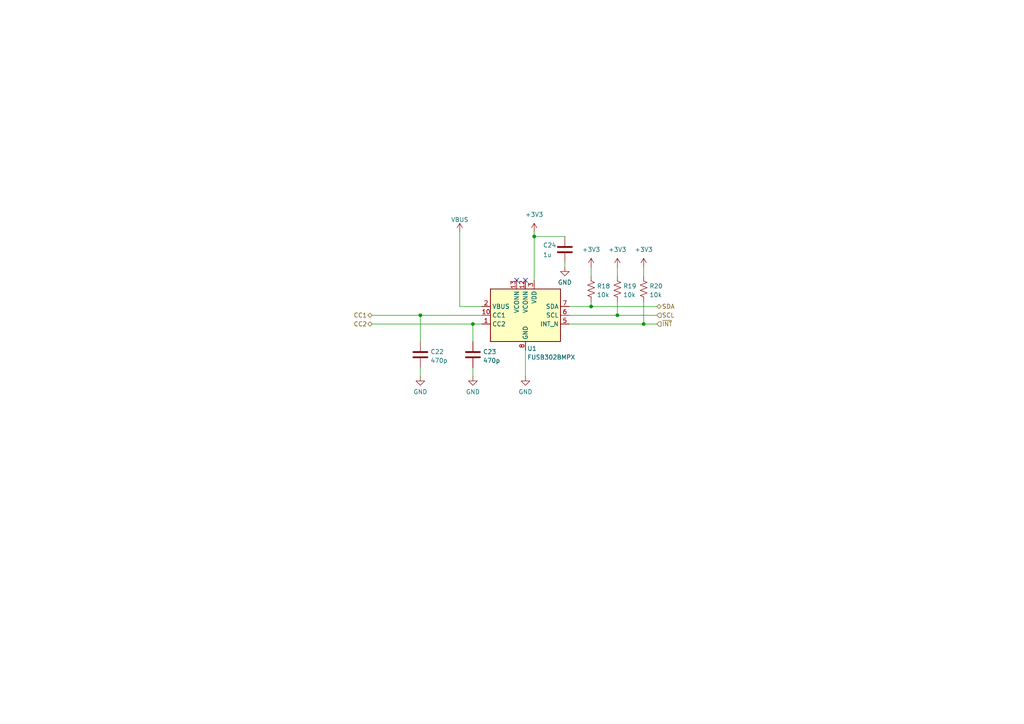
<source format=kicad_sch>
(kicad_sch (version 20250114) (generator "eeschema") (generator_version "9.0")
  (paper "A4")
  (title_block (title "USBPD FUSB302 breakout board") (date "2022-09-17") (rev "V1.0") (company "Claude-David Gaudreault") (comment 1 "All rights reserved"))
  (lib_symbols
    (symbol "Device:C" (pin_numbers (hide yes)) (pin_names (offset 0.254))
      (property "Reference" "C" (at 0.635 2.54 0))
      (property "Value" "C" (at 0.635 -2.54 0))
      (symbol "C_0_1"
        (polyline (pts (xy -2.032 0.762) (xy 2.032 0.762)) (stroke (width 0.508)))
        (polyline (pts (xy -2.032 -0.762) (xy 2.032 -0.762)) (stroke (width 0.508)))
      )
      (symbol "C_1_1"
        (pin passive line (at 0 3.81 270) (length 2.794) (name "~") (number "1"))
        (pin passive line (at 0 -3.81 90) (length 2.794) (name "~") (number "2"))
      )
    )
    (symbol "Device:R_US" (pin_numbers (hide yes)) (pin_names (offset 0))
      (property "Reference" "R" (at 2.54 0 90))
      (property "Value" "R_US" (at -2.54 0 90))
      (symbol "R_US_0_1"
        (polyline (pts (xy 0 2.286) (xy 0 2.54)))
        (polyline (pts (xy 0 2.286) (xy 1.016 1.905) (xy 0 1.524) (xy -1.016 1.143) (xy 0 0.762)))
        (polyline (pts (xy 0 0.762) (xy 1.016 0.381) (xy 0 0) (xy -1.016 -0.381) (xy 0 -0.762)))
        (polyline (pts (xy 0 -0.762) (xy 1.016 -1.143) (xy 0 -1.524) (xy -1.016 -1.905) (xy 0 -2.286)))
        (polyline (pts (xy 0 -2.286) (xy 0 -2.54)))
      )
      (symbol "R_US_1_1"
        (pin passive line (at 0 3.81 270) (length 1.27) (name "~") (number "1"))
        (pin passive line (at 0 -3.81 90) (length 1.27) (name "~") (number "2"))
      )
    )
    (symbol "Interface_USB:FUSB302BMPX"
      (property "Reference" "U" (at -10.16 8.89 0))
      (property "Value" "FUSB302BMPX" (at 3.81 8.89 0))
      (symbol "FUSB302BMPX_0_1"
        (rectangle (start -10.16 7.62) (end 10.16 -7.62) (stroke (width 0.254)) (fill (type background)))
      )
      (symbol "FUSB302BMPX_1_1"
        (pin bidirectional line (at -12.7 2.54 0) (length 2.54) (name "SDA") (number "7"))
        (pin input line (at -12.7 0 0) (length 2.54) (name "SCL") (number "6"))
        (pin open_collector line (at -12.7 -2.54 0) (length 2.54) (name "INT_N") (number "5"))
        (pin power_in line (at -2.54 10.16 270) (length 2.54) (name "VDD") (number "3"))
        (pin passive line (at -2.54 10.16 270) (length 2.54) (hide yes) (name "VDD") (number "4"))
        (pin power_in line (at 0 10.16 270) (length 2.54) (name "VCONN") (number "12"))
        (pin passive line (at 0 -10.16 90) (length 2.54) (hide yes) (name "GND") (number "15"))
        (pin power_in line (at 0 -10.16 90) (length 2.54) (name "GND") (number "8"))
        (pin passive line (at 0 -10.16 90) (length 2.54) (hide yes) (name "GND") (number "9"))
        (pin power_in line (at 2.54 10.16 270) (length 2.54) (name "VCONN") (number "13"))
        (pin input line (at 12.7 2.54 180) (length 2.54) (name "VBUS") (number "2"))
        (pin bidirectional line (at 12.7 0 180) (length 2.54) (name "CC1") (number "10"))
        (pin bidirectional line (at 12.7 0 180) (length 2.54) (hide yes) (name "CC1") (number "11"))
        (pin bidirectional line (at 12.7 -2.54 180) (length 2.54) (name "CC2") (number "1"))
        (pin bidirectional line (at 12.7 -2.54 180) (length 2.54) (hide yes) (name "CC2") (number "14"))
      )
    )
    (symbol "power:+3V3" (power) (pin_numbers (hide yes)) (pin_names (offset 0) (hide yes))
      (property "Value" "+3V3" (at 0 3.556 0))
      (symbol "+3V3_0_1"
        (polyline (pts (xy -0.762 1.27) (xy 0 2.54)))
        (polyline (pts (xy 0 2.54) (xy 0.762 1.27)))
        (polyline (pts (xy 0 0) (xy 0 2.54)))
      )
      (symbol "+3V3_1_1"
        (pin power_in line (at 0 0 90) (length 0) (name "~") (number "1"))
      )
    )
    (symbol "power:GND" (power) (pin_names (offset 0))
      (property "Value" "GND" (at 0 -3.81 0))
      (symbol "GND_0_1"
        (polyline (pts (xy 0 0) (xy 0 -1.27) (xy 1.27 -1.27) (xy 0 -2.54) (xy -1.27 -1.27) (xy 0 -1.27)))
      )
      (symbol "GND_1_1"
        (pin power_in line (at 0 0 270) (length 0) (hide yes) (name "GND") (number "1"))
      )
    )
    (symbol "power:VBUS" (power) (pin_names (offset 0))
      (property "Value" "VBUS" (at 0 3.81 0))
      (symbol "VBUS_0_1"
        (polyline (pts (xy -0.762 1.27) (xy 0 2.54)))
        (polyline (pts (xy 0 2.54) (xy 0.762 1.27)))
        (polyline (pts (xy 0 0) (xy 0 2.54)))
      )
      (symbol "VBUS_1_1"
        (pin power_in line (at 0 0 90) (length 0) (hide yes) (name "VBUS") (number "1"))
      )
    )
  )
  (junction (at 171.45 88.9))
  (junction (at 137.16 93.98))
  (junction (at 186.69 93.98))
  (junction (at 179.07 91.44))
  (junction (at 154.94 68.58))
  (junction (at 121.92 91.44))
  (no_connect (at 149.86 81.28))
  (no_connect (at 152.4 81.28))
  (wire (pts (xy 190.5 88.9) (xy 171.45 88.9)))
  (wire (pts (xy 179.07 77.47) (xy 179.07 80.01)))
  (wire (pts (xy 171.45 87.63) (xy 171.45 88.9)))
  (wire (pts (xy 186.69 87.63) (xy 186.69 93.98)))
  (wire (pts (xy 154.94 67.31) (xy 154.94 68.58)))
  (wire (pts (xy 179.07 91.44) (xy 190.5 91.44)))
  (wire (pts (xy 121.92 91.44) (xy 121.92 99.06)))
  (wire (pts (xy 190.5 93.98) (xy 186.69 93.98)))
  (wire (pts (xy 179.07 91.44) (xy 165.1 91.44)))
  (wire (pts (xy 179.07 87.63) (xy 179.07 91.44)))
  (wire (pts (xy 139.7 88.9) (xy 133.35 88.9)))
  (wire (pts (xy 137.16 93.98) (xy 107.95 93.98)))
  (wire (pts (xy 121.92 106.68) (xy 121.92 109.22)))
  (wire (pts (xy 186.69 77.47) (xy 186.69 80.01)))
  (wire (pts (xy 137.16 93.98) (xy 139.7 93.98)))
  (wire (pts (xy 133.35 67.31) (xy 133.35 88.9)))
  (wire (pts (xy 107.95 91.44) (xy 121.92 91.44)))
  (wire (pts (xy 171.45 88.9) (xy 165.1 88.9)))
  (wire (pts (xy 121.92 91.44) (xy 139.7 91.44)))
  (wire (pts (xy 171.45 77.47) (xy 171.45 80.01)))
  (wire (pts (xy 152.4 109.22) (xy 152.4 101.6)))
  (wire (pts (xy 163.83 76.2) (xy 163.83 77.47)))
  (wire (pts (xy 137.16 93.98) (xy 137.16 99.06)))
  (wire (pts (xy 186.69 93.98) (xy 165.1 93.98)))
  (wire (pts (xy 154.94 68.58) (xy 154.94 81.28)))
  (wire (pts (xy 154.94 68.58) (xy 163.83 68.58)))
  (wire (pts (xy 137.16 106.68) (xy 137.16 109.22)))
  (hierarchical_label "~{INT}" (shape input) (at 190.5 93.98 0))
  (hierarchical_label "SCL" (shape input) (at 190.5 91.44 0))
  (hierarchical_label "SDA" (shape bidirectional) (at 190.5 88.9 0))
  (hierarchical_label "CC2" (shape bidirectional) (at 107.95 93.98 180))
  (hierarchical_label "CC1" (shape bidirectional) (at 107.95 91.44 180))
  (symbol (lib_id "Device:R_US") (at 186.69 83.82 0) (unit 1)
    (property "Reference" "R20" (at 188.341 82.9853 0) (effects (justify left)))
    (property "Value" "10k" (at 188.341 85.5222 0) (effects (justify left)))
    (property "Footprint" "Resistor_SMD:R_0603_1608Metric" (effects (hide yes)))
  )
  (symbol (lib_id "Device:C") (at 163.83 72.39 0) (unit 1)
    (property "Reference" "C24" (at 157.48 71.12 0) (effects (justify left)))
    (property "Value" "1u" (at 157.48 73.914 0) (effects (justify left)))
    (property "Footprint" "Capacitor_SMD:C_0603_1608Metric" (effects (hide yes)))
  )
  (symbol (lib_id "power:GND") (at 121.92 109.22 0) (unit 1)
    (property "Reference" "#PWR034" (effects (hide yes)))
    (property "Value" "GND" (at 121.92 113.6634 0))
  )
  (symbol (lib_id "power:GND") (at 152.4 109.22 0) (unit 1)
    (property "Reference" "#PWR037" (effects (hide yes)))
    (property "Value" "GND" (at 152.4 113.6634 0))
  )
  (symbol (lib_id "Device:R_US") (at 171.45 83.82 0) (unit 1)
    (property "Reference" "R18" (at 173.101 82.9853 0) (effects (justify left)))
    (property "Value" "10k" (at 173.101 85.5222 0) (effects (justify left)))
    (property "Footprint" "Resistor_SMD:R_0603_1608Metric" (effects (hide yes)))
  )
  (symbol (lib_id "Device:C") (at 121.92 102.87 0) (unit 1)
    (property "Reference" "C22" (at 124.841 102.0353 0) (effects (justify left)))
    (property "Value" "470p" (at 124.841 104.5722 0) (effects (justify left)))
    (property "Footprint" "Capacitor_SMD:C_0603_1608Metric" (effects (hide yes)))
  )
  (symbol (lib_id "power:+3V3") (at 171.45 77.47 0) (unit 1)
    (property "Reference" "#PWR0232" (effects (hide yes)))
    (property "Value" "+3V3" (at 171.45 72.39 0))
    (property "Description" "Power symbol creates a global label with name \"+3V3\"" (effects (hide yes)))
  )
  (symbol (lib_id "power:VBUS") (at 133.35 67.31 0) (unit 1)
    (property "Reference" "#PWR035" (effects (hide yes)))
    (property "Value" "VBUS" (at 133.35 63.7342 0))
  )
  (symbol (lib_id "power:+3V3") (at 179.07 77.47 0) (unit 1)
    (property "Reference" "#PWR0233" (effects (hide yes)))
    (property "Value" "+3V3" (at 179.07 72.39 0))
    (property "Description" "Power symbol creates a global label with name \"+3V3\"" (effects (hide yes)))
  )
  (symbol (lib_id "Interface_USB:FUSB302BMPX") (at 152.4 91.44 0) (mirror y) (unit 1)
    (property "Reference" "U1" (at 152.9206 101.0904 0) (effects (justify right)))
    (property "Value" "FUSB302BMPX" (at 152.9206 103.6273 0) (effects (justify right)))
    (property "Footprint" "Package_DFN_QFN:WQFN-14-1EP_2.5x2.5mm_P0.5mm_EP1.45x1.45mm" (effects (hide yes)))
    (property "Datasheet" "http://www.onsemi.com/pub/Collateral/FUSB302B-D.PDF" (effects (hide yes)))
    (property "MPN" "FUSB302BMPX" (effects (hide yes)))
  )
  (symbol (lib_id "power:GND") (at 137.16 109.22 0) (unit 1)
    (property "Reference" "#PWR036" (effects (hide yes)))
    (property "Value" "GND" (at 137.16 113.6634 0))
  )
  (symbol (lib_id "power:GND") (at 163.83 77.47 0) (unit 1)
    (property "Reference" "#PWR039" (effects (hide yes)))
    (property "Value" "GND" (at 163.83 81.9134 0))
  )
  (symbol (lib_id "power:+3V3") (at 154.94 67.31 0) (unit 1)
    (property "Reference" "#PWR0228" (effects (hide yes)))
    (property "Value" "+3V3" (at 154.94 62.23 0))
    (property "Description" "Power symbol creates a global label with name \"+3V3\"" (effects (hide yes)))
  )
  (symbol (lib_id "power:+3V3") (at 186.69 77.47 0) (unit 1)
    (property "Reference" "#PWR0234" (effects (hide yes)))
    (property "Value" "+3V3" (at 186.69 72.39 0))
    (property "Description" "Power symbol creates a global label with name \"+3V3\"" (effects (hide yes)))
  )
  (symbol (lib_id "Device:C") (at 137.16 102.87 0) (unit 1)
    (property "Reference" "C23" (at 140.081 102.0353 0) (effects (justify left)))
    (property "Value" "470p" (at 140.081 104.5722 0) (effects (justify left)))
    (property "Footprint" "Capacitor_SMD:C_0603_1608Metric" (effects (hide yes)))
  )
  (symbol (lib_id "Device:R_US") (at 179.07 83.82 0) (unit 1)
    (property "Reference" "R19" (at 180.721 82.9853 0) (effects (justify left)))
    (property "Value" "10k" (at 180.721 85.5222 0) (effects (justify left)))
    (property "Footprint" "Resistor_SMD:R_0603_1608Metric" (effects (hide yes)))
  )
)
</source>
